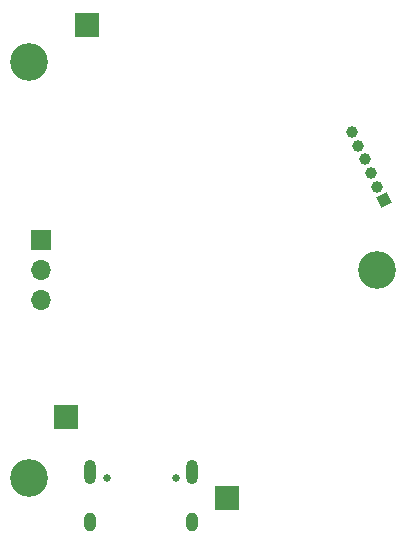
<source format=gbr>
%TF.GenerationSoftware,KiCad,Pcbnew,8.0.6*%
%TF.CreationDate,2024-12-26T12:17:48+03:00*%
%TF.ProjectId,Hall,48616c6c-2e6b-4696-9361-645f70636258,rev?*%
%TF.SameCoordinates,Original*%
%TF.FileFunction,Soldermask,Bot*%
%TF.FilePolarity,Negative*%
%FSLAX46Y46*%
G04 Gerber Fmt 4.6, Leading zero omitted, Abs format (unit mm)*
G04 Created by KiCad (PCBNEW 8.0.6) date 2024-12-26 12:17:48*
%MOMM*%
%LPD*%
G01*
G04 APERTURE LIST*
G04 Aperture macros list*
%AMRoundRect*
0 Rectangle with rounded corners*
0 $1 Rounding radius*
0 $2 $3 $4 $5 $6 $7 $8 $9 X,Y pos of 4 corners*
0 Add a 4 corners polygon primitive as box body*
4,1,4,$2,$3,$4,$5,$6,$7,$8,$9,$2,$3,0*
0 Add four circle primitives for the rounded corners*
1,1,$1+$1,$2,$3*
1,1,$1+$1,$4,$5*
1,1,$1+$1,$6,$7*
1,1,$1+$1,$8,$9*
0 Add four rect primitives between the rounded corners*
20,1,$1+$1,$2,$3,$4,$5,0*
20,1,$1+$1,$4,$5,$6,$7,0*
20,1,$1+$1,$6,$7,$8,$9,0*
20,1,$1+$1,$8,$9,$2,$3,0*%
%AMHorizOval*
0 Thick line with rounded ends*
0 $1 width*
0 $2 $3 position (X,Y) of the first rounded end (center of the circle)*
0 $4 $5 position (X,Y) of the second rounded end (center of the circle)*
0 Add line between two ends*
20,1,$1,$2,$3,$4,$5,0*
0 Add two circle primitives to create the rounded ends*
1,1,$1,$2,$3*
1,1,$1,$4,$5*%
%AMRotRect*
0 Rectangle, with rotation*
0 The origin of the aperture is its center*
0 $1 length*
0 $2 width*
0 $3 Rotation angle, in degrees counterclockwise*
0 Add horizontal line*
21,1,$1,$2,0,0,$3*%
G04 Aperture macros list end*
%ADD10C,0.650000*%
%ADD11O,1.000000X2.100000*%
%ADD12O,1.000000X1.600000*%
%ADD13C,3.200000*%
%ADD14R,1.700000X1.700000*%
%ADD15O,1.700000X1.700000*%
%ADD16RoundRect,0.250001X-0.799999X-0.799999X0.799999X-0.799999X0.799999X0.799999X-0.799999X0.799999X0*%
%ADD17RotRect,1.000000X1.000000X25.000000*%
%ADD18HorizOval,1.000000X0.000000X0.000000X0.000000X0.000000X0*%
G04 APERTURE END LIST*
D10*
%TO.C,J6*%
X67110000Y-66695000D03*
X72890000Y-66695000D03*
D11*
X65680000Y-66165000D03*
D12*
X65680000Y-70345000D03*
D11*
X74320000Y-66165000D03*
D12*
X74320000Y-70345000D03*
%TD*%
D13*
%TO.C,H3*%
X60444919Y-66632809D03*
%TD*%
D14*
%TO.C,J3*%
X61500000Y-46500000D03*
D15*
X61500000Y-49040000D03*
X61500000Y-51580000D03*
%TD*%
D16*
%TO.C,J4*%
X77216000Y-68376800D03*
%TD*%
%TO.C,J5*%
X65405000Y-28321000D03*
%TD*%
%TO.C,J2*%
X63627000Y-61468000D03*
%TD*%
D13*
%TO.C,H1*%
X60445087Y-31467095D03*
%TD*%
%TO.C,H2*%
X89976175Y-49050000D03*
%TD*%
D17*
%TO.C,J1*%
X90510175Y-43127834D03*
D18*
X89973450Y-41976823D03*
X89436725Y-40825812D03*
X88900000Y-39674800D03*
X88363274Y-38523790D03*
X87826549Y-37372780D03*
%TD*%
M02*

</source>
